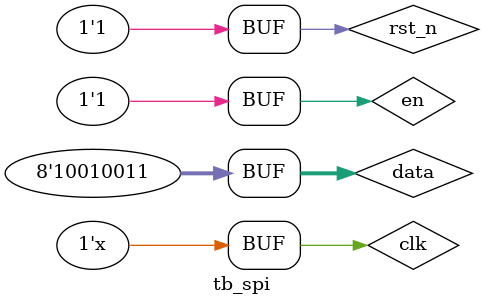
<source format=v>
`timescale 1ns/1ps
module tb_spi();

reg         clk;
reg [7:0]   data;
reg         en;
reg         rst_n;

initial begin
	clk = 0;
	data = 8'd0;
	en = 0;
	rst_n = 1;
	
	#50
	data = 8'b1001_0011;
	en = 1;
end


always #5 clk = ~clk;

spi_master u_spi(
	.clk_40k    (  clk  ),
	.rst_n      ( rst_n ),
	.data_in    (  data ),
	.send_start (  en   )
);

endmodule

</source>
